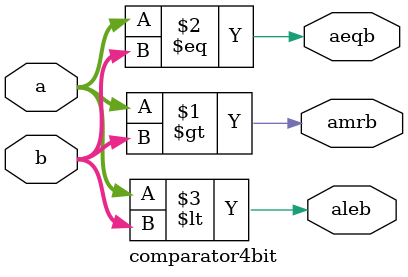
<source format=v>
`timescale 1ns / 1ps
module comparator4bit(a,b,amrb,aeqb,aleb);
input [3:0]a,b;
output amrb,aeqb,aleb;
assign amrb=(a>b);
assign aeqb=(a==b);
assign aleb=(a<b);
endmodule
</source>
